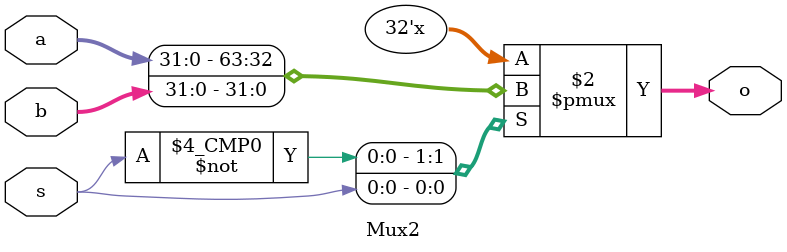
<source format=sv>
module Mux2 #
(
    parameter BITS = 31
)(
    input [BITS:0] a,
    input [BITS:0] b,

    input s,

    output logic [BITS:0] o
);

always_comb begin : Mux2   
    case (s)
        1'b0:
            o = a; 
        1'b1: 
            o = b;
    endcase
end
    
endmodule
</source>
